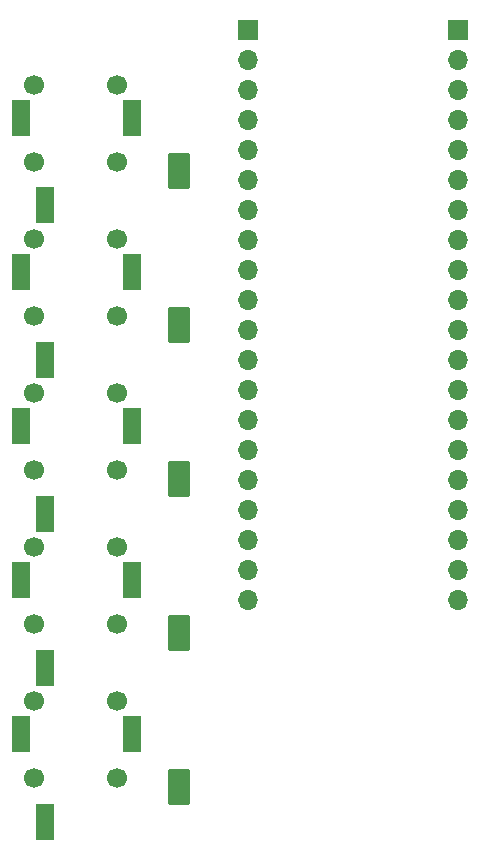
<source format=gbs>
G04 #@! TF.GenerationSoftware,KiCad,Pcbnew,8.0.1*
G04 #@! TF.CreationDate,2024-03-31T18:38:23-05:00*
G04 #@! TF.ProjectId,dinoctopus_v2,64696e6f-6374-46f7-9075-735f76322e6b,rev?*
G04 #@! TF.SameCoordinates,Original*
G04 #@! TF.FileFunction,Soldermask,Bot*
G04 #@! TF.FilePolarity,Negative*
%FSLAX46Y46*%
G04 Gerber Fmt 4.6, Leading zero omitted, Abs format (unit mm)*
G04 Created by KiCad (PCBNEW 8.0.1) date 2024-03-31 18:38:23*
%MOMM*%
%LPD*%
G01*
G04 APERTURE LIST*
G04 Aperture macros list*
%AMRoundRect*
0 Rectangle with rounded corners*
0 $1 Rounding radius*
0 $2 $3 $4 $5 $6 $7 $8 $9 X,Y pos of 4 corners*
0 Add a 4 corners polygon primitive as box body*
4,1,4,$2,$3,$4,$5,$6,$7,$8,$9,$2,$3,0*
0 Add four circle primitives for the rounded corners*
1,1,$1+$1,$2,$3*
1,1,$1+$1,$4,$5*
1,1,$1+$1,$6,$7*
1,1,$1+$1,$8,$9*
0 Add four rect primitives between the rounded corners*
20,1,$1+$1,$2,$3,$4,$5,0*
20,1,$1+$1,$4,$5,$6,$7,0*
20,1,$1+$1,$6,$7,$8,$9,0*
20,1,$1+$1,$8,$9,$2,$3,0*%
G04 Aperture macros list end*
%ADD10C,1.700000*%
%ADD11R,1.700000X1.700000*%
%ADD12O,1.700000X1.700000*%
%ADD13RoundRect,0.102000X-0.700000X-1.400000X0.700000X-1.400000X0.700000X1.400000X-0.700000X1.400000X0*%
%ADD14RoundRect,0.102000X-0.800000X-1.400000X0.800000X-1.400000X0.800000X1.400000X-0.800000X1.400000X0*%
G04 APERTURE END LIST*
D10*
X33100000Y-75633332D03*
X40100000Y-75633332D03*
X33100000Y-36500000D03*
X40100000Y-36500000D03*
D11*
X69000000Y-31866932D03*
D12*
X69000000Y-34406932D03*
X69000000Y-36946932D03*
X69000000Y-39486932D03*
X69000000Y-42026932D03*
X69000000Y-44566932D03*
X69000000Y-47106932D03*
X69000000Y-49646932D03*
X69000000Y-52186932D03*
X69000000Y-54726932D03*
X69000000Y-57266932D03*
X69000000Y-59806932D03*
X69000000Y-62346932D03*
X69000000Y-64886932D03*
X69000000Y-67426932D03*
X69000000Y-69966932D03*
X69000000Y-72506932D03*
X69000000Y-75046932D03*
X69000000Y-77586932D03*
X69000000Y-80126932D03*
D10*
X33100000Y-49544444D03*
X40100000Y-49544444D03*
D12*
X51217784Y-80125663D03*
X51217784Y-77585663D03*
X51217784Y-75045663D03*
X51217784Y-72505663D03*
X51217784Y-69965663D03*
X51217784Y-67425663D03*
X51217784Y-64885663D03*
X51217784Y-62345663D03*
X51217784Y-59805663D03*
X51217784Y-57265663D03*
X51217784Y-54725663D03*
X51217784Y-52185663D03*
X51217784Y-49645663D03*
X51217784Y-47105663D03*
X51217784Y-44565663D03*
X51217784Y-42025663D03*
X51217784Y-39485663D03*
X51217784Y-36945663D03*
X51217784Y-34405663D03*
D11*
X51217784Y-31865663D03*
D10*
X33100000Y-88677776D03*
X40100000Y-88677776D03*
X33100000Y-62588888D03*
X40100000Y-62588888D03*
X33100000Y-43022222D03*
X40100000Y-43022222D03*
D13*
X32000000Y-39322222D03*
X41400000Y-39322222D03*
X34000000Y-46722222D03*
D14*
X45400000Y-43772222D03*
D10*
X33100000Y-56066666D03*
X40100000Y-56066666D03*
D13*
X32000000Y-52366666D03*
X41400000Y-52366666D03*
X34000000Y-59766666D03*
D14*
X45400000Y-56816666D03*
D10*
X33100000Y-69111110D03*
X40100000Y-69111110D03*
D13*
X32000000Y-65411110D03*
X41400000Y-65411110D03*
X34000000Y-72811110D03*
D14*
X45400000Y-69861110D03*
X45400000Y-95949998D03*
D13*
X34000000Y-98899998D03*
X41400000Y-91499998D03*
X32000000Y-91499998D03*
D10*
X40100000Y-95199998D03*
X33100000Y-95199998D03*
X33100000Y-82155554D03*
X40100000Y-82155554D03*
D13*
X32000000Y-78455554D03*
X41400000Y-78455554D03*
X34000000Y-85855554D03*
D14*
X45400000Y-82905554D03*
M02*

</source>
